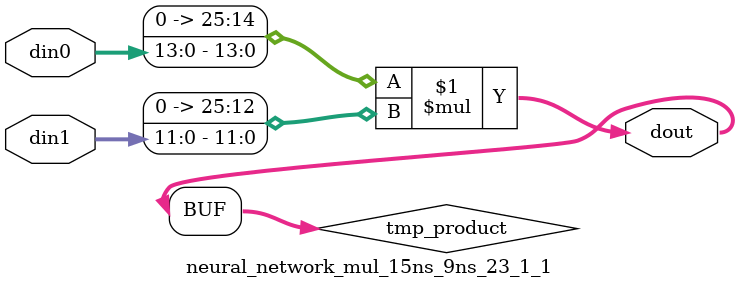
<source format=v>

`timescale 1 ns / 1 ps

  module neural_network_mul_15ns_9ns_23_1_1(din0, din1, dout);
parameter ID = 1;
parameter NUM_STAGE = 0;
parameter din0_WIDTH = 14;
parameter din1_WIDTH = 12;
parameter dout_WIDTH = 26;

input [din0_WIDTH - 1 : 0] din0; 
input [din1_WIDTH - 1 : 0] din1; 
output [dout_WIDTH - 1 : 0] dout;

wire signed [dout_WIDTH - 1 : 0] tmp_product;










assign tmp_product = $signed({1'b0, din0}) * $signed({1'b0, din1});











assign dout = tmp_product;







endmodule

</source>
